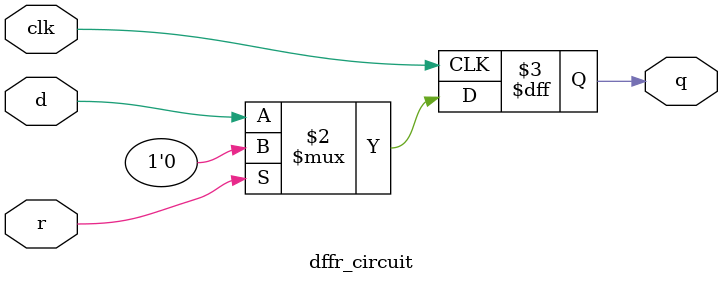
<source format=v>
module dffr_circuit(
   input clk,
   input d, 
   input r,   // synchronous reset
   output reg q
);
   always @(posedge clk) begin
      q <= r ? 1'b0 : d;
   end
endmodule 
</source>
